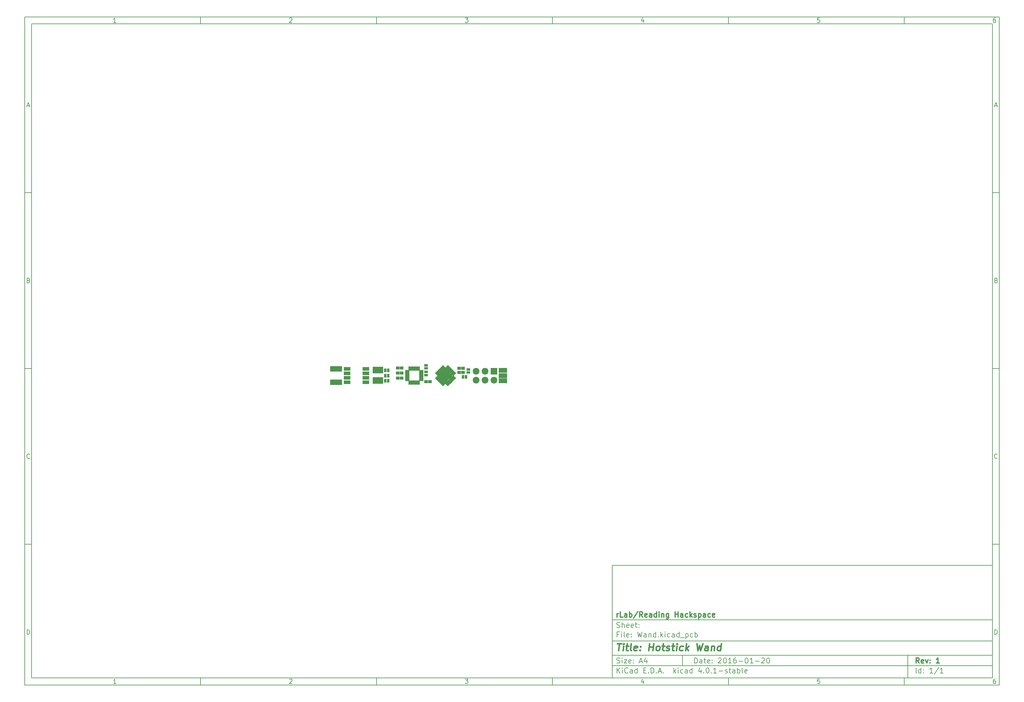
<source format=gbr>
G04 #@! TF.FileFunction,Soldermask,Top*
%FSLAX46Y46*%
G04 Gerber Fmt 4.6, Leading zero omitted, Abs format (unit mm)*
G04 Created by KiCad (PCBNEW 4.0.1-stable) date 29/01/2016 19:20:18*
%MOMM*%
G01*
G04 APERTURE LIST*
%ADD10C,0.100000*%
%ADD11C,0.150000*%
%ADD12C,0.300000*%
%ADD13C,0.400000*%
%ADD14R,2.400000X1.400000*%
%ADD15R,0.750000X1.200000*%
%ADD16R,1.200000X0.750000*%
%ADD17R,1.950000X1.000000*%
%ADD18R,0.800000X1.000000*%
%ADD19R,1.000000X0.800000*%
%ADD20R,3.400000X1.600000*%
%ADD21R,1.000000X0.900000*%
%ADD22R,1.500000X1.900000*%
%ADD23R,1.924000X1.924000*%
%ADD24C,1.924000*%
G04 APERTURE END LIST*
D10*
D11*
X177002200Y-166007200D02*
X177002200Y-198007200D01*
X285002200Y-198007200D01*
X285002200Y-166007200D01*
X177002200Y-166007200D01*
D10*
D11*
X10000000Y-10000000D02*
X10000000Y-200007200D01*
X287002200Y-200007200D01*
X287002200Y-10000000D01*
X10000000Y-10000000D01*
D10*
D11*
X12000000Y-12000000D02*
X12000000Y-198007200D01*
X285002200Y-198007200D01*
X285002200Y-12000000D01*
X12000000Y-12000000D01*
D10*
D11*
X60000000Y-12000000D02*
X60000000Y-10000000D01*
D10*
D11*
X110000000Y-12000000D02*
X110000000Y-10000000D01*
D10*
D11*
X160000000Y-12000000D02*
X160000000Y-10000000D01*
D10*
D11*
X210000000Y-12000000D02*
X210000000Y-10000000D01*
D10*
D11*
X260000000Y-12000000D02*
X260000000Y-10000000D01*
D10*
D11*
X35990476Y-11588095D02*
X35247619Y-11588095D01*
X35619048Y-11588095D02*
X35619048Y-10288095D01*
X35495238Y-10473810D01*
X35371429Y-10597619D01*
X35247619Y-10659524D01*
D10*
D11*
X85247619Y-10411905D02*
X85309524Y-10350000D01*
X85433333Y-10288095D01*
X85742857Y-10288095D01*
X85866667Y-10350000D01*
X85928571Y-10411905D01*
X85990476Y-10535714D01*
X85990476Y-10659524D01*
X85928571Y-10845238D01*
X85185714Y-11588095D01*
X85990476Y-11588095D01*
D10*
D11*
X135185714Y-10288095D02*
X135990476Y-10288095D01*
X135557143Y-10783333D01*
X135742857Y-10783333D01*
X135866667Y-10845238D01*
X135928571Y-10907143D01*
X135990476Y-11030952D01*
X135990476Y-11340476D01*
X135928571Y-11464286D01*
X135866667Y-11526190D01*
X135742857Y-11588095D01*
X135371429Y-11588095D01*
X135247619Y-11526190D01*
X135185714Y-11464286D01*
D10*
D11*
X185866667Y-10721429D02*
X185866667Y-11588095D01*
X185557143Y-10226190D02*
X185247619Y-11154762D01*
X186052381Y-11154762D01*
D10*
D11*
X235928571Y-10288095D02*
X235309524Y-10288095D01*
X235247619Y-10907143D01*
X235309524Y-10845238D01*
X235433333Y-10783333D01*
X235742857Y-10783333D01*
X235866667Y-10845238D01*
X235928571Y-10907143D01*
X235990476Y-11030952D01*
X235990476Y-11340476D01*
X235928571Y-11464286D01*
X235866667Y-11526190D01*
X235742857Y-11588095D01*
X235433333Y-11588095D01*
X235309524Y-11526190D01*
X235247619Y-11464286D01*
D10*
D11*
X285866667Y-10288095D02*
X285619048Y-10288095D01*
X285495238Y-10350000D01*
X285433333Y-10411905D01*
X285309524Y-10597619D01*
X285247619Y-10845238D01*
X285247619Y-11340476D01*
X285309524Y-11464286D01*
X285371429Y-11526190D01*
X285495238Y-11588095D01*
X285742857Y-11588095D01*
X285866667Y-11526190D01*
X285928571Y-11464286D01*
X285990476Y-11340476D01*
X285990476Y-11030952D01*
X285928571Y-10907143D01*
X285866667Y-10845238D01*
X285742857Y-10783333D01*
X285495238Y-10783333D01*
X285371429Y-10845238D01*
X285309524Y-10907143D01*
X285247619Y-11030952D01*
D10*
D11*
X60000000Y-198007200D02*
X60000000Y-200007200D01*
D10*
D11*
X110000000Y-198007200D02*
X110000000Y-200007200D01*
D10*
D11*
X160000000Y-198007200D02*
X160000000Y-200007200D01*
D10*
D11*
X210000000Y-198007200D02*
X210000000Y-200007200D01*
D10*
D11*
X260000000Y-198007200D02*
X260000000Y-200007200D01*
D10*
D11*
X35990476Y-199595295D02*
X35247619Y-199595295D01*
X35619048Y-199595295D02*
X35619048Y-198295295D01*
X35495238Y-198481010D01*
X35371429Y-198604819D01*
X35247619Y-198666724D01*
D10*
D11*
X85247619Y-198419105D02*
X85309524Y-198357200D01*
X85433333Y-198295295D01*
X85742857Y-198295295D01*
X85866667Y-198357200D01*
X85928571Y-198419105D01*
X85990476Y-198542914D01*
X85990476Y-198666724D01*
X85928571Y-198852438D01*
X85185714Y-199595295D01*
X85990476Y-199595295D01*
D10*
D11*
X135185714Y-198295295D02*
X135990476Y-198295295D01*
X135557143Y-198790533D01*
X135742857Y-198790533D01*
X135866667Y-198852438D01*
X135928571Y-198914343D01*
X135990476Y-199038152D01*
X135990476Y-199347676D01*
X135928571Y-199471486D01*
X135866667Y-199533390D01*
X135742857Y-199595295D01*
X135371429Y-199595295D01*
X135247619Y-199533390D01*
X135185714Y-199471486D01*
D10*
D11*
X185866667Y-198728629D02*
X185866667Y-199595295D01*
X185557143Y-198233390D02*
X185247619Y-199161962D01*
X186052381Y-199161962D01*
D10*
D11*
X235928571Y-198295295D02*
X235309524Y-198295295D01*
X235247619Y-198914343D01*
X235309524Y-198852438D01*
X235433333Y-198790533D01*
X235742857Y-198790533D01*
X235866667Y-198852438D01*
X235928571Y-198914343D01*
X235990476Y-199038152D01*
X235990476Y-199347676D01*
X235928571Y-199471486D01*
X235866667Y-199533390D01*
X235742857Y-199595295D01*
X235433333Y-199595295D01*
X235309524Y-199533390D01*
X235247619Y-199471486D01*
D10*
D11*
X285866667Y-198295295D02*
X285619048Y-198295295D01*
X285495238Y-198357200D01*
X285433333Y-198419105D01*
X285309524Y-198604819D01*
X285247619Y-198852438D01*
X285247619Y-199347676D01*
X285309524Y-199471486D01*
X285371429Y-199533390D01*
X285495238Y-199595295D01*
X285742857Y-199595295D01*
X285866667Y-199533390D01*
X285928571Y-199471486D01*
X285990476Y-199347676D01*
X285990476Y-199038152D01*
X285928571Y-198914343D01*
X285866667Y-198852438D01*
X285742857Y-198790533D01*
X285495238Y-198790533D01*
X285371429Y-198852438D01*
X285309524Y-198914343D01*
X285247619Y-199038152D01*
D10*
D11*
X10000000Y-60000000D02*
X12000000Y-60000000D01*
D10*
D11*
X10000000Y-110000000D02*
X12000000Y-110000000D01*
D10*
D11*
X10000000Y-160000000D02*
X12000000Y-160000000D01*
D10*
D11*
X10690476Y-35216667D02*
X11309524Y-35216667D01*
X10566667Y-35588095D02*
X11000000Y-34288095D01*
X11433333Y-35588095D01*
D10*
D11*
X11092857Y-84907143D02*
X11278571Y-84969048D01*
X11340476Y-85030952D01*
X11402381Y-85154762D01*
X11402381Y-85340476D01*
X11340476Y-85464286D01*
X11278571Y-85526190D01*
X11154762Y-85588095D01*
X10659524Y-85588095D01*
X10659524Y-84288095D01*
X11092857Y-84288095D01*
X11216667Y-84350000D01*
X11278571Y-84411905D01*
X11340476Y-84535714D01*
X11340476Y-84659524D01*
X11278571Y-84783333D01*
X11216667Y-84845238D01*
X11092857Y-84907143D01*
X10659524Y-84907143D01*
D10*
D11*
X11402381Y-135464286D02*
X11340476Y-135526190D01*
X11154762Y-135588095D01*
X11030952Y-135588095D01*
X10845238Y-135526190D01*
X10721429Y-135402381D01*
X10659524Y-135278571D01*
X10597619Y-135030952D01*
X10597619Y-134845238D01*
X10659524Y-134597619D01*
X10721429Y-134473810D01*
X10845238Y-134350000D01*
X11030952Y-134288095D01*
X11154762Y-134288095D01*
X11340476Y-134350000D01*
X11402381Y-134411905D01*
D10*
D11*
X10659524Y-185588095D02*
X10659524Y-184288095D01*
X10969048Y-184288095D01*
X11154762Y-184350000D01*
X11278571Y-184473810D01*
X11340476Y-184597619D01*
X11402381Y-184845238D01*
X11402381Y-185030952D01*
X11340476Y-185278571D01*
X11278571Y-185402381D01*
X11154762Y-185526190D01*
X10969048Y-185588095D01*
X10659524Y-185588095D01*
D10*
D11*
X287002200Y-60000000D02*
X285002200Y-60000000D01*
D10*
D11*
X287002200Y-110000000D02*
X285002200Y-110000000D01*
D10*
D11*
X287002200Y-160000000D02*
X285002200Y-160000000D01*
D10*
D11*
X285692676Y-35216667D02*
X286311724Y-35216667D01*
X285568867Y-35588095D02*
X286002200Y-34288095D01*
X286435533Y-35588095D01*
D10*
D11*
X286095057Y-84907143D02*
X286280771Y-84969048D01*
X286342676Y-85030952D01*
X286404581Y-85154762D01*
X286404581Y-85340476D01*
X286342676Y-85464286D01*
X286280771Y-85526190D01*
X286156962Y-85588095D01*
X285661724Y-85588095D01*
X285661724Y-84288095D01*
X286095057Y-84288095D01*
X286218867Y-84350000D01*
X286280771Y-84411905D01*
X286342676Y-84535714D01*
X286342676Y-84659524D01*
X286280771Y-84783333D01*
X286218867Y-84845238D01*
X286095057Y-84907143D01*
X285661724Y-84907143D01*
D10*
D11*
X286404581Y-135464286D02*
X286342676Y-135526190D01*
X286156962Y-135588095D01*
X286033152Y-135588095D01*
X285847438Y-135526190D01*
X285723629Y-135402381D01*
X285661724Y-135278571D01*
X285599819Y-135030952D01*
X285599819Y-134845238D01*
X285661724Y-134597619D01*
X285723629Y-134473810D01*
X285847438Y-134350000D01*
X286033152Y-134288095D01*
X286156962Y-134288095D01*
X286342676Y-134350000D01*
X286404581Y-134411905D01*
D10*
D11*
X285661724Y-185588095D02*
X285661724Y-184288095D01*
X285971248Y-184288095D01*
X286156962Y-184350000D01*
X286280771Y-184473810D01*
X286342676Y-184597619D01*
X286404581Y-184845238D01*
X286404581Y-185030952D01*
X286342676Y-185278571D01*
X286280771Y-185402381D01*
X286156962Y-185526190D01*
X285971248Y-185588095D01*
X285661724Y-185588095D01*
D10*
D11*
X200359343Y-193785771D02*
X200359343Y-192285771D01*
X200716486Y-192285771D01*
X200930771Y-192357200D01*
X201073629Y-192500057D01*
X201145057Y-192642914D01*
X201216486Y-192928629D01*
X201216486Y-193142914D01*
X201145057Y-193428629D01*
X201073629Y-193571486D01*
X200930771Y-193714343D01*
X200716486Y-193785771D01*
X200359343Y-193785771D01*
X202502200Y-193785771D02*
X202502200Y-193000057D01*
X202430771Y-192857200D01*
X202287914Y-192785771D01*
X202002200Y-192785771D01*
X201859343Y-192857200D01*
X202502200Y-193714343D02*
X202359343Y-193785771D01*
X202002200Y-193785771D01*
X201859343Y-193714343D01*
X201787914Y-193571486D01*
X201787914Y-193428629D01*
X201859343Y-193285771D01*
X202002200Y-193214343D01*
X202359343Y-193214343D01*
X202502200Y-193142914D01*
X203002200Y-192785771D02*
X203573629Y-192785771D01*
X203216486Y-192285771D02*
X203216486Y-193571486D01*
X203287914Y-193714343D01*
X203430772Y-193785771D01*
X203573629Y-193785771D01*
X204645057Y-193714343D02*
X204502200Y-193785771D01*
X204216486Y-193785771D01*
X204073629Y-193714343D01*
X204002200Y-193571486D01*
X204002200Y-193000057D01*
X204073629Y-192857200D01*
X204216486Y-192785771D01*
X204502200Y-192785771D01*
X204645057Y-192857200D01*
X204716486Y-193000057D01*
X204716486Y-193142914D01*
X204002200Y-193285771D01*
X205359343Y-193642914D02*
X205430771Y-193714343D01*
X205359343Y-193785771D01*
X205287914Y-193714343D01*
X205359343Y-193642914D01*
X205359343Y-193785771D01*
X205359343Y-192857200D02*
X205430771Y-192928629D01*
X205359343Y-193000057D01*
X205287914Y-192928629D01*
X205359343Y-192857200D01*
X205359343Y-193000057D01*
X207145057Y-192428629D02*
X207216486Y-192357200D01*
X207359343Y-192285771D01*
X207716486Y-192285771D01*
X207859343Y-192357200D01*
X207930772Y-192428629D01*
X208002200Y-192571486D01*
X208002200Y-192714343D01*
X207930772Y-192928629D01*
X207073629Y-193785771D01*
X208002200Y-193785771D01*
X208930771Y-192285771D02*
X209073628Y-192285771D01*
X209216485Y-192357200D01*
X209287914Y-192428629D01*
X209359343Y-192571486D01*
X209430771Y-192857200D01*
X209430771Y-193214343D01*
X209359343Y-193500057D01*
X209287914Y-193642914D01*
X209216485Y-193714343D01*
X209073628Y-193785771D01*
X208930771Y-193785771D01*
X208787914Y-193714343D01*
X208716485Y-193642914D01*
X208645057Y-193500057D01*
X208573628Y-193214343D01*
X208573628Y-192857200D01*
X208645057Y-192571486D01*
X208716485Y-192428629D01*
X208787914Y-192357200D01*
X208930771Y-192285771D01*
X210859342Y-193785771D02*
X210002199Y-193785771D01*
X210430771Y-193785771D02*
X210430771Y-192285771D01*
X210287914Y-192500057D01*
X210145056Y-192642914D01*
X210002199Y-192714343D01*
X212145056Y-192285771D02*
X211859342Y-192285771D01*
X211716485Y-192357200D01*
X211645056Y-192428629D01*
X211502199Y-192642914D01*
X211430770Y-192928629D01*
X211430770Y-193500057D01*
X211502199Y-193642914D01*
X211573627Y-193714343D01*
X211716485Y-193785771D01*
X212002199Y-193785771D01*
X212145056Y-193714343D01*
X212216485Y-193642914D01*
X212287913Y-193500057D01*
X212287913Y-193142914D01*
X212216485Y-193000057D01*
X212145056Y-192928629D01*
X212002199Y-192857200D01*
X211716485Y-192857200D01*
X211573627Y-192928629D01*
X211502199Y-193000057D01*
X211430770Y-193142914D01*
X212930770Y-193214343D02*
X214073627Y-193214343D01*
X215073627Y-192285771D02*
X215216484Y-192285771D01*
X215359341Y-192357200D01*
X215430770Y-192428629D01*
X215502199Y-192571486D01*
X215573627Y-192857200D01*
X215573627Y-193214343D01*
X215502199Y-193500057D01*
X215430770Y-193642914D01*
X215359341Y-193714343D01*
X215216484Y-193785771D01*
X215073627Y-193785771D01*
X214930770Y-193714343D01*
X214859341Y-193642914D01*
X214787913Y-193500057D01*
X214716484Y-193214343D01*
X214716484Y-192857200D01*
X214787913Y-192571486D01*
X214859341Y-192428629D01*
X214930770Y-192357200D01*
X215073627Y-192285771D01*
X217002198Y-193785771D02*
X216145055Y-193785771D01*
X216573627Y-193785771D02*
X216573627Y-192285771D01*
X216430770Y-192500057D01*
X216287912Y-192642914D01*
X216145055Y-192714343D01*
X217645055Y-193214343D02*
X218787912Y-193214343D01*
X219430769Y-192428629D02*
X219502198Y-192357200D01*
X219645055Y-192285771D01*
X220002198Y-192285771D01*
X220145055Y-192357200D01*
X220216484Y-192428629D01*
X220287912Y-192571486D01*
X220287912Y-192714343D01*
X220216484Y-192928629D01*
X219359341Y-193785771D01*
X220287912Y-193785771D01*
X221216483Y-192285771D02*
X221359340Y-192285771D01*
X221502197Y-192357200D01*
X221573626Y-192428629D01*
X221645055Y-192571486D01*
X221716483Y-192857200D01*
X221716483Y-193214343D01*
X221645055Y-193500057D01*
X221573626Y-193642914D01*
X221502197Y-193714343D01*
X221359340Y-193785771D01*
X221216483Y-193785771D01*
X221073626Y-193714343D01*
X221002197Y-193642914D01*
X220930769Y-193500057D01*
X220859340Y-193214343D01*
X220859340Y-192857200D01*
X220930769Y-192571486D01*
X221002197Y-192428629D01*
X221073626Y-192357200D01*
X221216483Y-192285771D01*
D10*
D11*
X177002200Y-194507200D02*
X285002200Y-194507200D01*
D10*
D11*
X178359343Y-196585771D02*
X178359343Y-195085771D01*
X179216486Y-196585771D02*
X178573629Y-195728629D01*
X179216486Y-195085771D02*
X178359343Y-195942914D01*
X179859343Y-196585771D02*
X179859343Y-195585771D01*
X179859343Y-195085771D02*
X179787914Y-195157200D01*
X179859343Y-195228629D01*
X179930771Y-195157200D01*
X179859343Y-195085771D01*
X179859343Y-195228629D01*
X181430772Y-196442914D02*
X181359343Y-196514343D01*
X181145057Y-196585771D01*
X181002200Y-196585771D01*
X180787915Y-196514343D01*
X180645057Y-196371486D01*
X180573629Y-196228629D01*
X180502200Y-195942914D01*
X180502200Y-195728629D01*
X180573629Y-195442914D01*
X180645057Y-195300057D01*
X180787915Y-195157200D01*
X181002200Y-195085771D01*
X181145057Y-195085771D01*
X181359343Y-195157200D01*
X181430772Y-195228629D01*
X182716486Y-196585771D02*
X182716486Y-195800057D01*
X182645057Y-195657200D01*
X182502200Y-195585771D01*
X182216486Y-195585771D01*
X182073629Y-195657200D01*
X182716486Y-196514343D02*
X182573629Y-196585771D01*
X182216486Y-196585771D01*
X182073629Y-196514343D01*
X182002200Y-196371486D01*
X182002200Y-196228629D01*
X182073629Y-196085771D01*
X182216486Y-196014343D01*
X182573629Y-196014343D01*
X182716486Y-195942914D01*
X184073629Y-196585771D02*
X184073629Y-195085771D01*
X184073629Y-196514343D02*
X183930772Y-196585771D01*
X183645058Y-196585771D01*
X183502200Y-196514343D01*
X183430772Y-196442914D01*
X183359343Y-196300057D01*
X183359343Y-195871486D01*
X183430772Y-195728629D01*
X183502200Y-195657200D01*
X183645058Y-195585771D01*
X183930772Y-195585771D01*
X184073629Y-195657200D01*
X185930772Y-195800057D02*
X186430772Y-195800057D01*
X186645058Y-196585771D02*
X185930772Y-196585771D01*
X185930772Y-195085771D01*
X186645058Y-195085771D01*
X187287915Y-196442914D02*
X187359343Y-196514343D01*
X187287915Y-196585771D01*
X187216486Y-196514343D01*
X187287915Y-196442914D01*
X187287915Y-196585771D01*
X188002201Y-196585771D02*
X188002201Y-195085771D01*
X188359344Y-195085771D01*
X188573629Y-195157200D01*
X188716487Y-195300057D01*
X188787915Y-195442914D01*
X188859344Y-195728629D01*
X188859344Y-195942914D01*
X188787915Y-196228629D01*
X188716487Y-196371486D01*
X188573629Y-196514343D01*
X188359344Y-196585771D01*
X188002201Y-196585771D01*
X189502201Y-196442914D02*
X189573629Y-196514343D01*
X189502201Y-196585771D01*
X189430772Y-196514343D01*
X189502201Y-196442914D01*
X189502201Y-196585771D01*
X190145058Y-196157200D02*
X190859344Y-196157200D01*
X190002201Y-196585771D02*
X190502201Y-195085771D01*
X191002201Y-196585771D01*
X191502201Y-196442914D02*
X191573629Y-196514343D01*
X191502201Y-196585771D01*
X191430772Y-196514343D01*
X191502201Y-196442914D01*
X191502201Y-196585771D01*
X194502201Y-196585771D02*
X194502201Y-195085771D01*
X194645058Y-196014343D02*
X195073629Y-196585771D01*
X195073629Y-195585771D02*
X194502201Y-196157200D01*
X195716487Y-196585771D02*
X195716487Y-195585771D01*
X195716487Y-195085771D02*
X195645058Y-195157200D01*
X195716487Y-195228629D01*
X195787915Y-195157200D01*
X195716487Y-195085771D01*
X195716487Y-195228629D01*
X197073630Y-196514343D02*
X196930773Y-196585771D01*
X196645059Y-196585771D01*
X196502201Y-196514343D01*
X196430773Y-196442914D01*
X196359344Y-196300057D01*
X196359344Y-195871486D01*
X196430773Y-195728629D01*
X196502201Y-195657200D01*
X196645059Y-195585771D01*
X196930773Y-195585771D01*
X197073630Y-195657200D01*
X198359344Y-196585771D02*
X198359344Y-195800057D01*
X198287915Y-195657200D01*
X198145058Y-195585771D01*
X197859344Y-195585771D01*
X197716487Y-195657200D01*
X198359344Y-196514343D02*
X198216487Y-196585771D01*
X197859344Y-196585771D01*
X197716487Y-196514343D01*
X197645058Y-196371486D01*
X197645058Y-196228629D01*
X197716487Y-196085771D01*
X197859344Y-196014343D01*
X198216487Y-196014343D01*
X198359344Y-195942914D01*
X199716487Y-196585771D02*
X199716487Y-195085771D01*
X199716487Y-196514343D02*
X199573630Y-196585771D01*
X199287916Y-196585771D01*
X199145058Y-196514343D01*
X199073630Y-196442914D01*
X199002201Y-196300057D01*
X199002201Y-195871486D01*
X199073630Y-195728629D01*
X199145058Y-195657200D01*
X199287916Y-195585771D01*
X199573630Y-195585771D01*
X199716487Y-195657200D01*
X202216487Y-195585771D02*
X202216487Y-196585771D01*
X201859344Y-195014343D02*
X201502201Y-196085771D01*
X202430773Y-196085771D01*
X203002201Y-196442914D02*
X203073629Y-196514343D01*
X203002201Y-196585771D01*
X202930772Y-196514343D01*
X203002201Y-196442914D01*
X203002201Y-196585771D01*
X204002201Y-195085771D02*
X204145058Y-195085771D01*
X204287915Y-195157200D01*
X204359344Y-195228629D01*
X204430773Y-195371486D01*
X204502201Y-195657200D01*
X204502201Y-196014343D01*
X204430773Y-196300057D01*
X204359344Y-196442914D01*
X204287915Y-196514343D01*
X204145058Y-196585771D01*
X204002201Y-196585771D01*
X203859344Y-196514343D01*
X203787915Y-196442914D01*
X203716487Y-196300057D01*
X203645058Y-196014343D01*
X203645058Y-195657200D01*
X203716487Y-195371486D01*
X203787915Y-195228629D01*
X203859344Y-195157200D01*
X204002201Y-195085771D01*
X205145058Y-196442914D02*
X205216486Y-196514343D01*
X205145058Y-196585771D01*
X205073629Y-196514343D01*
X205145058Y-196442914D01*
X205145058Y-196585771D01*
X206645058Y-196585771D02*
X205787915Y-196585771D01*
X206216487Y-196585771D02*
X206216487Y-195085771D01*
X206073630Y-195300057D01*
X205930772Y-195442914D01*
X205787915Y-195514343D01*
X207287915Y-196014343D02*
X208430772Y-196014343D01*
X209073629Y-196514343D02*
X209216486Y-196585771D01*
X209502201Y-196585771D01*
X209645058Y-196514343D01*
X209716486Y-196371486D01*
X209716486Y-196300057D01*
X209645058Y-196157200D01*
X209502201Y-196085771D01*
X209287915Y-196085771D01*
X209145058Y-196014343D01*
X209073629Y-195871486D01*
X209073629Y-195800057D01*
X209145058Y-195657200D01*
X209287915Y-195585771D01*
X209502201Y-195585771D01*
X209645058Y-195657200D01*
X210145058Y-195585771D02*
X210716487Y-195585771D01*
X210359344Y-195085771D02*
X210359344Y-196371486D01*
X210430772Y-196514343D01*
X210573630Y-196585771D01*
X210716487Y-196585771D01*
X211859344Y-196585771D02*
X211859344Y-195800057D01*
X211787915Y-195657200D01*
X211645058Y-195585771D01*
X211359344Y-195585771D01*
X211216487Y-195657200D01*
X211859344Y-196514343D02*
X211716487Y-196585771D01*
X211359344Y-196585771D01*
X211216487Y-196514343D01*
X211145058Y-196371486D01*
X211145058Y-196228629D01*
X211216487Y-196085771D01*
X211359344Y-196014343D01*
X211716487Y-196014343D01*
X211859344Y-195942914D01*
X212573630Y-196585771D02*
X212573630Y-195085771D01*
X212573630Y-195657200D02*
X212716487Y-195585771D01*
X213002201Y-195585771D01*
X213145058Y-195657200D01*
X213216487Y-195728629D01*
X213287916Y-195871486D01*
X213287916Y-196300057D01*
X213216487Y-196442914D01*
X213145058Y-196514343D01*
X213002201Y-196585771D01*
X212716487Y-196585771D01*
X212573630Y-196514343D01*
X214145059Y-196585771D02*
X214002201Y-196514343D01*
X213930773Y-196371486D01*
X213930773Y-195085771D01*
X215287915Y-196514343D02*
X215145058Y-196585771D01*
X214859344Y-196585771D01*
X214716487Y-196514343D01*
X214645058Y-196371486D01*
X214645058Y-195800057D01*
X214716487Y-195657200D01*
X214859344Y-195585771D01*
X215145058Y-195585771D01*
X215287915Y-195657200D01*
X215359344Y-195800057D01*
X215359344Y-195942914D01*
X214645058Y-196085771D01*
D10*
D11*
X177002200Y-191507200D02*
X285002200Y-191507200D01*
D10*
D12*
X264216486Y-193785771D02*
X263716486Y-193071486D01*
X263359343Y-193785771D02*
X263359343Y-192285771D01*
X263930771Y-192285771D01*
X264073629Y-192357200D01*
X264145057Y-192428629D01*
X264216486Y-192571486D01*
X264216486Y-192785771D01*
X264145057Y-192928629D01*
X264073629Y-193000057D01*
X263930771Y-193071486D01*
X263359343Y-193071486D01*
X265430771Y-193714343D02*
X265287914Y-193785771D01*
X265002200Y-193785771D01*
X264859343Y-193714343D01*
X264787914Y-193571486D01*
X264787914Y-193000057D01*
X264859343Y-192857200D01*
X265002200Y-192785771D01*
X265287914Y-192785771D01*
X265430771Y-192857200D01*
X265502200Y-193000057D01*
X265502200Y-193142914D01*
X264787914Y-193285771D01*
X266002200Y-192785771D02*
X266359343Y-193785771D01*
X266716485Y-192785771D01*
X267287914Y-193642914D02*
X267359342Y-193714343D01*
X267287914Y-193785771D01*
X267216485Y-193714343D01*
X267287914Y-193642914D01*
X267287914Y-193785771D01*
X267287914Y-192857200D02*
X267359342Y-192928629D01*
X267287914Y-193000057D01*
X267216485Y-192928629D01*
X267287914Y-192857200D01*
X267287914Y-193000057D01*
X269930771Y-193785771D02*
X269073628Y-193785771D01*
X269502200Y-193785771D02*
X269502200Y-192285771D01*
X269359343Y-192500057D01*
X269216485Y-192642914D01*
X269073628Y-192714343D01*
D10*
D11*
X178287914Y-193714343D02*
X178502200Y-193785771D01*
X178859343Y-193785771D01*
X179002200Y-193714343D01*
X179073629Y-193642914D01*
X179145057Y-193500057D01*
X179145057Y-193357200D01*
X179073629Y-193214343D01*
X179002200Y-193142914D01*
X178859343Y-193071486D01*
X178573629Y-193000057D01*
X178430771Y-192928629D01*
X178359343Y-192857200D01*
X178287914Y-192714343D01*
X178287914Y-192571486D01*
X178359343Y-192428629D01*
X178430771Y-192357200D01*
X178573629Y-192285771D01*
X178930771Y-192285771D01*
X179145057Y-192357200D01*
X179787914Y-193785771D02*
X179787914Y-192785771D01*
X179787914Y-192285771D02*
X179716485Y-192357200D01*
X179787914Y-192428629D01*
X179859342Y-192357200D01*
X179787914Y-192285771D01*
X179787914Y-192428629D01*
X180359343Y-192785771D02*
X181145057Y-192785771D01*
X180359343Y-193785771D01*
X181145057Y-193785771D01*
X182287914Y-193714343D02*
X182145057Y-193785771D01*
X181859343Y-193785771D01*
X181716486Y-193714343D01*
X181645057Y-193571486D01*
X181645057Y-193000057D01*
X181716486Y-192857200D01*
X181859343Y-192785771D01*
X182145057Y-192785771D01*
X182287914Y-192857200D01*
X182359343Y-193000057D01*
X182359343Y-193142914D01*
X181645057Y-193285771D01*
X183002200Y-193642914D02*
X183073628Y-193714343D01*
X183002200Y-193785771D01*
X182930771Y-193714343D01*
X183002200Y-193642914D01*
X183002200Y-193785771D01*
X183002200Y-192857200D02*
X183073628Y-192928629D01*
X183002200Y-193000057D01*
X182930771Y-192928629D01*
X183002200Y-192857200D01*
X183002200Y-193000057D01*
X184787914Y-193357200D02*
X185502200Y-193357200D01*
X184645057Y-193785771D02*
X185145057Y-192285771D01*
X185645057Y-193785771D01*
X186787914Y-192785771D02*
X186787914Y-193785771D01*
X186430771Y-192214343D02*
X186073628Y-193285771D01*
X187002200Y-193285771D01*
D10*
D11*
X263359343Y-196585771D02*
X263359343Y-195085771D01*
X264716486Y-196585771D02*
X264716486Y-195085771D01*
X264716486Y-196514343D02*
X264573629Y-196585771D01*
X264287915Y-196585771D01*
X264145057Y-196514343D01*
X264073629Y-196442914D01*
X264002200Y-196300057D01*
X264002200Y-195871486D01*
X264073629Y-195728629D01*
X264145057Y-195657200D01*
X264287915Y-195585771D01*
X264573629Y-195585771D01*
X264716486Y-195657200D01*
X265430772Y-196442914D02*
X265502200Y-196514343D01*
X265430772Y-196585771D01*
X265359343Y-196514343D01*
X265430772Y-196442914D01*
X265430772Y-196585771D01*
X265430772Y-195657200D02*
X265502200Y-195728629D01*
X265430772Y-195800057D01*
X265359343Y-195728629D01*
X265430772Y-195657200D01*
X265430772Y-195800057D01*
X268073629Y-196585771D02*
X267216486Y-196585771D01*
X267645058Y-196585771D02*
X267645058Y-195085771D01*
X267502201Y-195300057D01*
X267359343Y-195442914D01*
X267216486Y-195514343D01*
X269787914Y-195014343D02*
X268502200Y-196942914D01*
X271073629Y-196585771D02*
X270216486Y-196585771D01*
X270645058Y-196585771D02*
X270645058Y-195085771D01*
X270502201Y-195300057D01*
X270359343Y-195442914D01*
X270216486Y-195514343D01*
D10*
D11*
X177002200Y-187507200D02*
X285002200Y-187507200D01*
D10*
D13*
X178454581Y-188211962D02*
X179597438Y-188211962D01*
X178776010Y-190211962D02*
X179026010Y-188211962D01*
X180014105Y-190211962D02*
X180180771Y-188878629D01*
X180264105Y-188211962D02*
X180156962Y-188307200D01*
X180240295Y-188402438D01*
X180347439Y-188307200D01*
X180264105Y-188211962D01*
X180240295Y-188402438D01*
X180847438Y-188878629D02*
X181609343Y-188878629D01*
X181216486Y-188211962D02*
X181002200Y-189926248D01*
X181073630Y-190116724D01*
X181252201Y-190211962D01*
X181442677Y-190211962D01*
X182395058Y-190211962D02*
X182216487Y-190116724D01*
X182145057Y-189926248D01*
X182359343Y-188211962D01*
X183930772Y-190116724D02*
X183728391Y-190211962D01*
X183347439Y-190211962D01*
X183168867Y-190116724D01*
X183097438Y-189926248D01*
X183192676Y-189164343D01*
X183311724Y-188973867D01*
X183514105Y-188878629D01*
X183895057Y-188878629D01*
X184073629Y-188973867D01*
X184145057Y-189164343D01*
X184121248Y-189354819D01*
X183145057Y-189545295D01*
X184895057Y-190021486D02*
X184978392Y-190116724D01*
X184871248Y-190211962D01*
X184787915Y-190116724D01*
X184895057Y-190021486D01*
X184871248Y-190211962D01*
X185026010Y-188973867D02*
X185109344Y-189069105D01*
X185002200Y-189164343D01*
X184918867Y-189069105D01*
X185026010Y-188973867D01*
X185002200Y-189164343D01*
X187347439Y-190211962D02*
X187597439Y-188211962D01*
X187478391Y-189164343D02*
X188621249Y-189164343D01*
X188490297Y-190211962D02*
X188740297Y-188211962D01*
X189728392Y-190211962D02*
X189549821Y-190116724D01*
X189466486Y-190021486D01*
X189395058Y-189831010D01*
X189466486Y-189259581D01*
X189585534Y-189069105D01*
X189692678Y-188973867D01*
X189895058Y-188878629D01*
X190180772Y-188878629D01*
X190359344Y-188973867D01*
X190442677Y-189069105D01*
X190514105Y-189259581D01*
X190442677Y-189831010D01*
X190323629Y-190021486D01*
X190216487Y-190116724D01*
X190014106Y-190211962D01*
X189728392Y-190211962D01*
X191133153Y-188878629D02*
X191895058Y-188878629D01*
X191502201Y-188211962D02*
X191287915Y-189926248D01*
X191359345Y-190116724D01*
X191537916Y-190211962D01*
X191728392Y-190211962D01*
X192311725Y-190116724D02*
X192490297Y-190211962D01*
X192871249Y-190211962D01*
X193073630Y-190116724D01*
X193192677Y-189926248D01*
X193204582Y-189831010D01*
X193133153Y-189640533D01*
X192954582Y-189545295D01*
X192668868Y-189545295D01*
X192490296Y-189450057D01*
X192418867Y-189259581D01*
X192430772Y-189164343D01*
X192549820Y-188973867D01*
X192752201Y-188878629D01*
X193037915Y-188878629D01*
X193216487Y-188973867D01*
X193895058Y-188878629D02*
X194656963Y-188878629D01*
X194264106Y-188211962D02*
X194049820Y-189926248D01*
X194121250Y-190116724D01*
X194299821Y-190211962D01*
X194490297Y-190211962D01*
X195156963Y-190211962D02*
X195323629Y-188878629D01*
X195406963Y-188211962D02*
X195299820Y-188307200D01*
X195383153Y-188402438D01*
X195490297Y-188307200D01*
X195406963Y-188211962D01*
X195383153Y-188402438D01*
X196978392Y-190116724D02*
X196776011Y-190211962D01*
X196395059Y-190211962D01*
X196216488Y-190116724D01*
X196133153Y-190021486D01*
X196061725Y-189831010D01*
X196133153Y-189259581D01*
X196252201Y-189069105D01*
X196359345Y-188973867D01*
X196561725Y-188878629D01*
X196942677Y-188878629D01*
X197121249Y-188973867D01*
X197823630Y-190211962D02*
X198073630Y-188211962D01*
X198109345Y-189450057D02*
X198585535Y-190211962D01*
X198752201Y-188878629D02*
X197895058Y-189640533D01*
X201026012Y-188211962D02*
X201252203Y-190211962D01*
X201811726Y-188783390D01*
X202014108Y-190211962D01*
X202740298Y-188211962D01*
X204109345Y-190211962D02*
X204240297Y-189164343D01*
X204168869Y-188973867D01*
X203990297Y-188878629D01*
X203609345Y-188878629D01*
X203406964Y-188973867D01*
X204121250Y-190116724D02*
X203918869Y-190211962D01*
X203442679Y-190211962D01*
X203264107Y-190116724D01*
X203192678Y-189926248D01*
X203216488Y-189735771D01*
X203335535Y-189545295D01*
X203537917Y-189450057D01*
X204014107Y-189450057D01*
X204216488Y-189354819D01*
X205228392Y-188878629D02*
X205061726Y-190211962D01*
X205204583Y-189069105D02*
X205311727Y-188973867D01*
X205514107Y-188878629D01*
X205799821Y-188878629D01*
X205978393Y-188973867D01*
X206049821Y-189164343D01*
X205918869Y-190211962D01*
X207728393Y-190211962D02*
X207978393Y-188211962D01*
X207740298Y-190116724D02*
X207537917Y-190211962D01*
X207156965Y-190211962D01*
X206978394Y-190116724D01*
X206895059Y-190021486D01*
X206823631Y-189831010D01*
X206895059Y-189259581D01*
X207014107Y-189069105D01*
X207121251Y-188973867D01*
X207323631Y-188878629D01*
X207704583Y-188878629D01*
X207883155Y-188973867D01*
D10*
D11*
X178859343Y-185600057D02*
X178359343Y-185600057D01*
X178359343Y-186385771D02*
X178359343Y-184885771D01*
X179073629Y-184885771D01*
X179645057Y-186385771D02*
X179645057Y-185385771D01*
X179645057Y-184885771D02*
X179573628Y-184957200D01*
X179645057Y-185028629D01*
X179716485Y-184957200D01*
X179645057Y-184885771D01*
X179645057Y-185028629D01*
X180573629Y-186385771D02*
X180430771Y-186314343D01*
X180359343Y-186171486D01*
X180359343Y-184885771D01*
X181716485Y-186314343D02*
X181573628Y-186385771D01*
X181287914Y-186385771D01*
X181145057Y-186314343D01*
X181073628Y-186171486D01*
X181073628Y-185600057D01*
X181145057Y-185457200D01*
X181287914Y-185385771D01*
X181573628Y-185385771D01*
X181716485Y-185457200D01*
X181787914Y-185600057D01*
X181787914Y-185742914D01*
X181073628Y-185885771D01*
X182430771Y-186242914D02*
X182502199Y-186314343D01*
X182430771Y-186385771D01*
X182359342Y-186314343D01*
X182430771Y-186242914D01*
X182430771Y-186385771D01*
X182430771Y-185457200D02*
X182502199Y-185528629D01*
X182430771Y-185600057D01*
X182359342Y-185528629D01*
X182430771Y-185457200D01*
X182430771Y-185600057D01*
X184145057Y-184885771D02*
X184502200Y-186385771D01*
X184787914Y-185314343D01*
X185073628Y-186385771D01*
X185430771Y-184885771D01*
X186645057Y-186385771D02*
X186645057Y-185600057D01*
X186573628Y-185457200D01*
X186430771Y-185385771D01*
X186145057Y-185385771D01*
X186002200Y-185457200D01*
X186645057Y-186314343D02*
X186502200Y-186385771D01*
X186145057Y-186385771D01*
X186002200Y-186314343D01*
X185930771Y-186171486D01*
X185930771Y-186028629D01*
X186002200Y-185885771D01*
X186145057Y-185814343D01*
X186502200Y-185814343D01*
X186645057Y-185742914D01*
X187359343Y-185385771D02*
X187359343Y-186385771D01*
X187359343Y-185528629D02*
X187430771Y-185457200D01*
X187573629Y-185385771D01*
X187787914Y-185385771D01*
X187930771Y-185457200D01*
X188002200Y-185600057D01*
X188002200Y-186385771D01*
X189359343Y-186385771D02*
X189359343Y-184885771D01*
X189359343Y-186314343D02*
X189216486Y-186385771D01*
X188930772Y-186385771D01*
X188787914Y-186314343D01*
X188716486Y-186242914D01*
X188645057Y-186100057D01*
X188645057Y-185671486D01*
X188716486Y-185528629D01*
X188787914Y-185457200D01*
X188930772Y-185385771D01*
X189216486Y-185385771D01*
X189359343Y-185457200D01*
X190073629Y-186242914D02*
X190145057Y-186314343D01*
X190073629Y-186385771D01*
X190002200Y-186314343D01*
X190073629Y-186242914D01*
X190073629Y-186385771D01*
X190787915Y-186385771D02*
X190787915Y-184885771D01*
X190930772Y-185814343D02*
X191359343Y-186385771D01*
X191359343Y-185385771D02*
X190787915Y-185957200D01*
X192002201Y-186385771D02*
X192002201Y-185385771D01*
X192002201Y-184885771D02*
X191930772Y-184957200D01*
X192002201Y-185028629D01*
X192073629Y-184957200D01*
X192002201Y-184885771D01*
X192002201Y-185028629D01*
X193359344Y-186314343D02*
X193216487Y-186385771D01*
X192930773Y-186385771D01*
X192787915Y-186314343D01*
X192716487Y-186242914D01*
X192645058Y-186100057D01*
X192645058Y-185671486D01*
X192716487Y-185528629D01*
X192787915Y-185457200D01*
X192930773Y-185385771D01*
X193216487Y-185385771D01*
X193359344Y-185457200D01*
X194645058Y-186385771D02*
X194645058Y-185600057D01*
X194573629Y-185457200D01*
X194430772Y-185385771D01*
X194145058Y-185385771D01*
X194002201Y-185457200D01*
X194645058Y-186314343D02*
X194502201Y-186385771D01*
X194145058Y-186385771D01*
X194002201Y-186314343D01*
X193930772Y-186171486D01*
X193930772Y-186028629D01*
X194002201Y-185885771D01*
X194145058Y-185814343D01*
X194502201Y-185814343D01*
X194645058Y-185742914D01*
X196002201Y-186385771D02*
X196002201Y-184885771D01*
X196002201Y-186314343D02*
X195859344Y-186385771D01*
X195573630Y-186385771D01*
X195430772Y-186314343D01*
X195359344Y-186242914D01*
X195287915Y-186100057D01*
X195287915Y-185671486D01*
X195359344Y-185528629D01*
X195430772Y-185457200D01*
X195573630Y-185385771D01*
X195859344Y-185385771D01*
X196002201Y-185457200D01*
X196359344Y-186528629D02*
X197502201Y-186528629D01*
X197859344Y-185385771D02*
X197859344Y-186885771D01*
X197859344Y-185457200D02*
X198002201Y-185385771D01*
X198287915Y-185385771D01*
X198430772Y-185457200D01*
X198502201Y-185528629D01*
X198573630Y-185671486D01*
X198573630Y-186100057D01*
X198502201Y-186242914D01*
X198430772Y-186314343D01*
X198287915Y-186385771D01*
X198002201Y-186385771D01*
X197859344Y-186314343D01*
X199859344Y-186314343D02*
X199716487Y-186385771D01*
X199430773Y-186385771D01*
X199287915Y-186314343D01*
X199216487Y-186242914D01*
X199145058Y-186100057D01*
X199145058Y-185671486D01*
X199216487Y-185528629D01*
X199287915Y-185457200D01*
X199430773Y-185385771D01*
X199716487Y-185385771D01*
X199859344Y-185457200D01*
X200502201Y-186385771D02*
X200502201Y-184885771D01*
X200502201Y-185457200D02*
X200645058Y-185385771D01*
X200930772Y-185385771D01*
X201073629Y-185457200D01*
X201145058Y-185528629D01*
X201216487Y-185671486D01*
X201216487Y-186100057D01*
X201145058Y-186242914D01*
X201073629Y-186314343D01*
X200930772Y-186385771D01*
X200645058Y-186385771D01*
X200502201Y-186314343D01*
D10*
D11*
X177002200Y-181507200D02*
X285002200Y-181507200D01*
D10*
D11*
X178287914Y-183614343D02*
X178502200Y-183685771D01*
X178859343Y-183685771D01*
X179002200Y-183614343D01*
X179073629Y-183542914D01*
X179145057Y-183400057D01*
X179145057Y-183257200D01*
X179073629Y-183114343D01*
X179002200Y-183042914D01*
X178859343Y-182971486D01*
X178573629Y-182900057D01*
X178430771Y-182828629D01*
X178359343Y-182757200D01*
X178287914Y-182614343D01*
X178287914Y-182471486D01*
X178359343Y-182328629D01*
X178430771Y-182257200D01*
X178573629Y-182185771D01*
X178930771Y-182185771D01*
X179145057Y-182257200D01*
X179787914Y-183685771D02*
X179787914Y-182185771D01*
X180430771Y-183685771D02*
X180430771Y-182900057D01*
X180359342Y-182757200D01*
X180216485Y-182685771D01*
X180002200Y-182685771D01*
X179859342Y-182757200D01*
X179787914Y-182828629D01*
X181716485Y-183614343D02*
X181573628Y-183685771D01*
X181287914Y-183685771D01*
X181145057Y-183614343D01*
X181073628Y-183471486D01*
X181073628Y-182900057D01*
X181145057Y-182757200D01*
X181287914Y-182685771D01*
X181573628Y-182685771D01*
X181716485Y-182757200D01*
X181787914Y-182900057D01*
X181787914Y-183042914D01*
X181073628Y-183185771D01*
X183002199Y-183614343D02*
X182859342Y-183685771D01*
X182573628Y-183685771D01*
X182430771Y-183614343D01*
X182359342Y-183471486D01*
X182359342Y-182900057D01*
X182430771Y-182757200D01*
X182573628Y-182685771D01*
X182859342Y-182685771D01*
X183002199Y-182757200D01*
X183073628Y-182900057D01*
X183073628Y-183042914D01*
X182359342Y-183185771D01*
X183502199Y-182685771D02*
X184073628Y-182685771D01*
X183716485Y-182185771D02*
X183716485Y-183471486D01*
X183787913Y-183614343D01*
X183930771Y-183685771D01*
X184073628Y-183685771D01*
X184573628Y-183542914D02*
X184645056Y-183614343D01*
X184573628Y-183685771D01*
X184502199Y-183614343D01*
X184573628Y-183542914D01*
X184573628Y-183685771D01*
X184573628Y-182757200D02*
X184645056Y-182828629D01*
X184573628Y-182900057D01*
X184502199Y-182828629D01*
X184573628Y-182757200D01*
X184573628Y-182900057D01*
D10*
D12*
X178359343Y-180685771D02*
X178359343Y-179685771D01*
X178359343Y-179971486D02*
X178430771Y-179828629D01*
X178502200Y-179757200D01*
X178645057Y-179685771D01*
X178787914Y-179685771D01*
X180002200Y-180685771D02*
X179287914Y-180685771D01*
X179287914Y-179185771D01*
X181145057Y-180685771D02*
X181145057Y-179900057D01*
X181073628Y-179757200D01*
X180930771Y-179685771D01*
X180645057Y-179685771D01*
X180502200Y-179757200D01*
X181145057Y-180614343D02*
X181002200Y-180685771D01*
X180645057Y-180685771D01*
X180502200Y-180614343D01*
X180430771Y-180471486D01*
X180430771Y-180328629D01*
X180502200Y-180185771D01*
X180645057Y-180114343D01*
X181002200Y-180114343D01*
X181145057Y-180042914D01*
X181859343Y-180685771D02*
X181859343Y-179185771D01*
X181859343Y-179757200D02*
X182002200Y-179685771D01*
X182287914Y-179685771D01*
X182430771Y-179757200D01*
X182502200Y-179828629D01*
X182573629Y-179971486D01*
X182573629Y-180400057D01*
X182502200Y-180542914D01*
X182430771Y-180614343D01*
X182287914Y-180685771D01*
X182002200Y-180685771D01*
X181859343Y-180614343D01*
X184287914Y-179114343D02*
X183002200Y-181042914D01*
X185645058Y-180685771D02*
X185145058Y-179971486D01*
X184787915Y-180685771D02*
X184787915Y-179185771D01*
X185359343Y-179185771D01*
X185502201Y-179257200D01*
X185573629Y-179328629D01*
X185645058Y-179471486D01*
X185645058Y-179685771D01*
X185573629Y-179828629D01*
X185502201Y-179900057D01*
X185359343Y-179971486D01*
X184787915Y-179971486D01*
X186859343Y-180614343D02*
X186716486Y-180685771D01*
X186430772Y-180685771D01*
X186287915Y-180614343D01*
X186216486Y-180471486D01*
X186216486Y-179900057D01*
X186287915Y-179757200D01*
X186430772Y-179685771D01*
X186716486Y-179685771D01*
X186859343Y-179757200D01*
X186930772Y-179900057D01*
X186930772Y-180042914D01*
X186216486Y-180185771D01*
X188216486Y-180685771D02*
X188216486Y-179900057D01*
X188145057Y-179757200D01*
X188002200Y-179685771D01*
X187716486Y-179685771D01*
X187573629Y-179757200D01*
X188216486Y-180614343D02*
X188073629Y-180685771D01*
X187716486Y-180685771D01*
X187573629Y-180614343D01*
X187502200Y-180471486D01*
X187502200Y-180328629D01*
X187573629Y-180185771D01*
X187716486Y-180114343D01*
X188073629Y-180114343D01*
X188216486Y-180042914D01*
X189573629Y-180685771D02*
X189573629Y-179185771D01*
X189573629Y-180614343D02*
X189430772Y-180685771D01*
X189145058Y-180685771D01*
X189002200Y-180614343D01*
X188930772Y-180542914D01*
X188859343Y-180400057D01*
X188859343Y-179971486D01*
X188930772Y-179828629D01*
X189002200Y-179757200D01*
X189145058Y-179685771D01*
X189430772Y-179685771D01*
X189573629Y-179757200D01*
X190287915Y-180685771D02*
X190287915Y-179685771D01*
X190287915Y-179185771D02*
X190216486Y-179257200D01*
X190287915Y-179328629D01*
X190359343Y-179257200D01*
X190287915Y-179185771D01*
X190287915Y-179328629D01*
X191002201Y-179685771D02*
X191002201Y-180685771D01*
X191002201Y-179828629D02*
X191073629Y-179757200D01*
X191216487Y-179685771D01*
X191430772Y-179685771D01*
X191573629Y-179757200D01*
X191645058Y-179900057D01*
X191645058Y-180685771D01*
X193002201Y-179685771D02*
X193002201Y-180900057D01*
X192930772Y-181042914D01*
X192859344Y-181114343D01*
X192716487Y-181185771D01*
X192502201Y-181185771D01*
X192359344Y-181114343D01*
X193002201Y-180614343D02*
X192859344Y-180685771D01*
X192573630Y-180685771D01*
X192430772Y-180614343D01*
X192359344Y-180542914D01*
X192287915Y-180400057D01*
X192287915Y-179971486D01*
X192359344Y-179828629D01*
X192430772Y-179757200D01*
X192573630Y-179685771D01*
X192859344Y-179685771D01*
X193002201Y-179757200D01*
X194859344Y-180685771D02*
X194859344Y-179185771D01*
X194859344Y-179900057D02*
X195716487Y-179900057D01*
X195716487Y-180685771D02*
X195716487Y-179185771D01*
X197073630Y-180685771D02*
X197073630Y-179900057D01*
X197002201Y-179757200D01*
X196859344Y-179685771D01*
X196573630Y-179685771D01*
X196430773Y-179757200D01*
X197073630Y-180614343D02*
X196930773Y-180685771D01*
X196573630Y-180685771D01*
X196430773Y-180614343D01*
X196359344Y-180471486D01*
X196359344Y-180328629D01*
X196430773Y-180185771D01*
X196573630Y-180114343D01*
X196930773Y-180114343D01*
X197073630Y-180042914D01*
X198430773Y-180614343D02*
X198287916Y-180685771D01*
X198002202Y-180685771D01*
X197859344Y-180614343D01*
X197787916Y-180542914D01*
X197716487Y-180400057D01*
X197716487Y-179971486D01*
X197787916Y-179828629D01*
X197859344Y-179757200D01*
X198002202Y-179685771D01*
X198287916Y-179685771D01*
X198430773Y-179757200D01*
X199073630Y-180685771D02*
X199073630Y-179185771D01*
X199216487Y-180114343D02*
X199645058Y-180685771D01*
X199645058Y-179685771D02*
X199073630Y-180257200D01*
X200216487Y-180614343D02*
X200359344Y-180685771D01*
X200645059Y-180685771D01*
X200787916Y-180614343D01*
X200859344Y-180471486D01*
X200859344Y-180400057D01*
X200787916Y-180257200D01*
X200645059Y-180185771D01*
X200430773Y-180185771D01*
X200287916Y-180114343D01*
X200216487Y-179971486D01*
X200216487Y-179900057D01*
X200287916Y-179757200D01*
X200430773Y-179685771D01*
X200645059Y-179685771D01*
X200787916Y-179757200D01*
X201502202Y-179685771D02*
X201502202Y-181185771D01*
X201502202Y-179757200D02*
X201645059Y-179685771D01*
X201930773Y-179685771D01*
X202073630Y-179757200D01*
X202145059Y-179828629D01*
X202216488Y-179971486D01*
X202216488Y-180400057D01*
X202145059Y-180542914D01*
X202073630Y-180614343D01*
X201930773Y-180685771D01*
X201645059Y-180685771D01*
X201502202Y-180614343D01*
X203502202Y-180685771D02*
X203502202Y-179900057D01*
X203430773Y-179757200D01*
X203287916Y-179685771D01*
X203002202Y-179685771D01*
X202859345Y-179757200D01*
X203502202Y-180614343D02*
X203359345Y-180685771D01*
X203002202Y-180685771D01*
X202859345Y-180614343D01*
X202787916Y-180471486D01*
X202787916Y-180328629D01*
X202859345Y-180185771D01*
X203002202Y-180114343D01*
X203359345Y-180114343D01*
X203502202Y-180042914D01*
X204859345Y-180614343D02*
X204716488Y-180685771D01*
X204430774Y-180685771D01*
X204287916Y-180614343D01*
X204216488Y-180542914D01*
X204145059Y-180400057D01*
X204145059Y-179971486D01*
X204216488Y-179828629D01*
X204287916Y-179757200D01*
X204430774Y-179685771D01*
X204716488Y-179685771D01*
X204859345Y-179757200D01*
X206073630Y-180614343D02*
X205930773Y-180685771D01*
X205645059Y-180685771D01*
X205502202Y-180614343D01*
X205430773Y-180471486D01*
X205430773Y-179900057D01*
X205502202Y-179757200D01*
X205645059Y-179685771D01*
X205930773Y-179685771D01*
X206073630Y-179757200D01*
X206145059Y-179900057D01*
X206145059Y-180042914D01*
X205430773Y-180185771D01*
D10*
D11*
X197002200Y-191507200D02*
X197002200Y-194507200D01*
D10*
D11*
X261002200Y-191507200D02*
X261002200Y-198007200D01*
D14*
X145900000Y-113500000D03*
X145900000Y-110500000D03*
X145900000Y-112000000D03*
D15*
X121950000Y-110000000D03*
X121450000Y-110000000D03*
X120950000Y-110000000D03*
X120450000Y-110000000D03*
X119950000Y-110000000D03*
X119450000Y-110000000D03*
D16*
X118700000Y-110750000D03*
X118700000Y-111250000D03*
X118700000Y-111750000D03*
X118700000Y-112250000D03*
X118700000Y-112750000D03*
X118700000Y-113250000D03*
D15*
X119450000Y-114000000D03*
X119950000Y-114000000D03*
X120450000Y-114000000D03*
X120950000Y-114000000D03*
X121450000Y-114000000D03*
X121950000Y-114000000D03*
D16*
X122700000Y-113250000D03*
X122700000Y-112750000D03*
X122700000Y-112250000D03*
X122700000Y-111750000D03*
X122700000Y-111250000D03*
X122700000Y-110750000D03*
D17*
X101600000Y-110095000D03*
X101600000Y-111365000D03*
X101600000Y-112635000D03*
X101600000Y-113905000D03*
X107000000Y-113905000D03*
X107000000Y-112635000D03*
X107000000Y-111365000D03*
X107000000Y-110095000D03*
D10*
G36*
X127008454Y-113120764D02*
X126570048Y-112682358D01*
X127418576Y-111833830D01*
X127856982Y-112272236D01*
X127008454Y-113120764D01*
X127008454Y-113120764D01*
G37*
G36*
X127326652Y-113438962D02*
X126888246Y-113000556D01*
X127736774Y-112152028D01*
X128175180Y-112590434D01*
X127326652Y-113438962D01*
X127326652Y-113438962D01*
G37*
G36*
X127644850Y-113757160D02*
X127206444Y-113318754D01*
X128054972Y-112470226D01*
X128493378Y-112908632D01*
X127644850Y-113757160D01*
X127644850Y-113757160D01*
G37*
G36*
X127963048Y-114075358D02*
X127524642Y-113636952D01*
X128373170Y-112788424D01*
X128811576Y-113226830D01*
X127963048Y-114075358D01*
X127963048Y-114075358D01*
G37*
G36*
X128281246Y-114393556D02*
X127842840Y-113955150D01*
X128691368Y-113106622D01*
X129129774Y-113545028D01*
X128281246Y-114393556D01*
X128281246Y-114393556D01*
G37*
G36*
X128599444Y-114711754D02*
X128161038Y-114273348D01*
X129009566Y-113424820D01*
X129447972Y-113863226D01*
X128599444Y-114711754D01*
X128599444Y-114711754D01*
G37*
G36*
X128917642Y-115029952D02*
X128479236Y-114591546D01*
X129327764Y-113743018D01*
X129766170Y-114181424D01*
X128917642Y-115029952D01*
X128917642Y-115029952D01*
G37*
G36*
X130720764Y-114591546D02*
X130282358Y-115029952D01*
X129433830Y-114181424D01*
X129872236Y-113743018D01*
X130720764Y-114591546D01*
X130720764Y-114591546D01*
G37*
G36*
X131038962Y-114273348D02*
X130600556Y-114711754D01*
X129752028Y-113863226D01*
X130190434Y-113424820D01*
X131038962Y-114273348D01*
X131038962Y-114273348D01*
G37*
G36*
X131357160Y-113955150D02*
X130918754Y-114393556D01*
X130070226Y-113545028D01*
X130508632Y-113106622D01*
X131357160Y-113955150D01*
X131357160Y-113955150D01*
G37*
G36*
X131675358Y-113636952D02*
X131236952Y-114075358D01*
X130388424Y-113226830D01*
X130826830Y-112788424D01*
X131675358Y-113636952D01*
X131675358Y-113636952D01*
G37*
G36*
X131993556Y-113318754D02*
X131555150Y-113757160D01*
X130706622Y-112908632D01*
X131145028Y-112470226D01*
X131993556Y-113318754D01*
X131993556Y-113318754D01*
G37*
G36*
X132311754Y-113000556D02*
X131873348Y-113438962D01*
X131024820Y-112590434D01*
X131463226Y-112152028D01*
X132311754Y-113000556D01*
X132311754Y-113000556D01*
G37*
G36*
X132629952Y-112682358D02*
X132191546Y-113120764D01*
X131343018Y-112272236D01*
X131781424Y-111833830D01*
X132629952Y-112682358D01*
X132629952Y-112682358D01*
G37*
G36*
X131781424Y-112166170D02*
X131343018Y-111727764D01*
X132191546Y-110879236D01*
X132629952Y-111317642D01*
X131781424Y-112166170D01*
X131781424Y-112166170D01*
G37*
G36*
X131463226Y-111847972D02*
X131024820Y-111409566D01*
X131873348Y-110561038D01*
X132311754Y-110999444D01*
X131463226Y-111847972D01*
X131463226Y-111847972D01*
G37*
G36*
X131145028Y-111529774D02*
X130706622Y-111091368D01*
X131555150Y-110242840D01*
X131993556Y-110681246D01*
X131145028Y-111529774D01*
X131145028Y-111529774D01*
G37*
G36*
X130826830Y-111211576D02*
X130388424Y-110773170D01*
X131236952Y-109924642D01*
X131675358Y-110363048D01*
X130826830Y-111211576D01*
X130826830Y-111211576D01*
G37*
G36*
X130508632Y-110893378D02*
X130070226Y-110454972D01*
X130918754Y-109606444D01*
X131357160Y-110044850D01*
X130508632Y-110893378D01*
X130508632Y-110893378D01*
G37*
G36*
X130190434Y-110575180D02*
X129752028Y-110136774D01*
X130600556Y-109288246D01*
X131038962Y-109726652D01*
X130190434Y-110575180D01*
X130190434Y-110575180D01*
G37*
G36*
X129872236Y-110256982D02*
X129433830Y-109818576D01*
X130282358Y-108970048D01*
X130720764Y-109408454D01*
X129872236Y-110256982D01*
X129872236Y-110256982D01*
G37*
G36*
X129766170Y-109818576D02*
X129327764Y-110256982D01*
X128479236Y-109408454D01*
X128917642Y-108970048D01*
X129766170Y-109818576D01*
X129766170Y-109818576D01*
G37*
G36*
X129447972Y-110136774D02*
X129009566Y-110575180D01*
X128161038Y-109726652D01*
X128599444Y-109288246D01*
X129447972Y-110136774D01*
X129447972Y-110136774D01*
G37*
G36*
X129129774Y-110454972D02*
X128691368Y-110893378D01*
X127842840Y-110044850D01*
X128281246Y-109606444D01*
X129129774Y-110454972D01*
X129129774Y-110454972D01*
G37*
G36*
X128811576Y-110773170D02*
X128373170Y-111211576D01*
X127524642Y-110363048D01*
X127963048Y-109924642D01*
X128811576Y-110773170D01*
X128811576Y-110773170D01*
G37*
G36*
X128493378Y-111091368D02*
X128054972Y-111529774D01*
X127206444Y-110681246D01*
X127644850Y-110242840D01*
X128493378Y-111091368D01*
X128493378Y-111091368D01*
G37*
G36*
X128175180Y-111409566D02*
X127736774Y-111847972D01*
X126888246Y-110999444D01*
X127326652Y-110561038D01*
X128175180Y-111409566D01*
X128175180Y-111409566D01*
G37*
G36*
X127856982Y-111727764D02*
X127418576Y-112166170D01*
X126570048Y-111317642D01*
X127008454Y-110879236D01*
X127856982Y-111727764D01*
X127856982Y-111727764D01*
G37*
G36*
X130448528Y-113131371D02*
X129317157Y-112000000D01*
X130448528Y-110868629D01*
X131579899Y-112000000D01*
X130448528Y-113131371D01*
X130448528Y-113131371D01*
G37*
G36*
X129600000Y-112282843D02*
X128468629Y-111151472D01*
X129600000Y-110020101D01*
X130731371Y-111151472D01*
X129600000Y-112282843D01*
X129600000Y-112282843D01*
G37*
G36*
X129600000Y-113979899D02*
X128468629Y-112848528D01*
X129600000Y-111717157D01*
X130731371Y-112848528D01*
X129600000Y-113979899D01*
X129600000Y-113979899D01*
G37*
G36*
X128751472Y-113131371D02*
X127620101Y-112000000D01*
X128751472Y-110868629D01*
X129882843Y-112000000D01*
X128751472Y-113131371D01*
X128751472Y-113131371D01*
G37*
D18*
X113350000Y-112000000D03*
X112450000Y-112000000D03*
X113350000Y-110500000D03*
X112450000Y-110500000D03*
X113350000Y-113500000D03*
X112450000Y-113500000D03*
D19*
X124100000Y-111850000D03*
X124100000Y-110950000D03*
X124100000Y-109050000D03*
X124100000Y-109950000D03*
D20*
X98500000Y-110100000D03*
X98500000Y-113900000D03*
D21*
X125150000Y-113700000D03*
X124050000Y-113700000D03*
X116050000Y-111250000D03*
X117150000Y-111250000D03*
X116050000Y-112700000D03*
X117150000Y-112700000D03*
X116050000Y-109850000D03*
X117150000Y-109850000D03*
X133450000Y-109900000D03*
X134550000Y-109900000D03*
X133450000Y-111100000D03*
X134550000Y-111100000D03*
D22*
X109650000Y-113400000D03*
X109650000Y-110400000D03*
X111150000Y-110400000D03*
X111150000Y-113400000D03*
D23*
X143340000Y-110730000D03*
D24*
X143340000Y-113270000D03*
X140800000Y-110730000D03*
X140800000Y-113270000D03*
X138260000Y-110730000D03*
X138260000Y-113270000D03*
D18*
X135450000Y-112400000D03*
X134550000Y-112400000D03*
D19*
X136100000Y-110250000D03*
X136100000Y-111150000D03*
M02*

</source>
